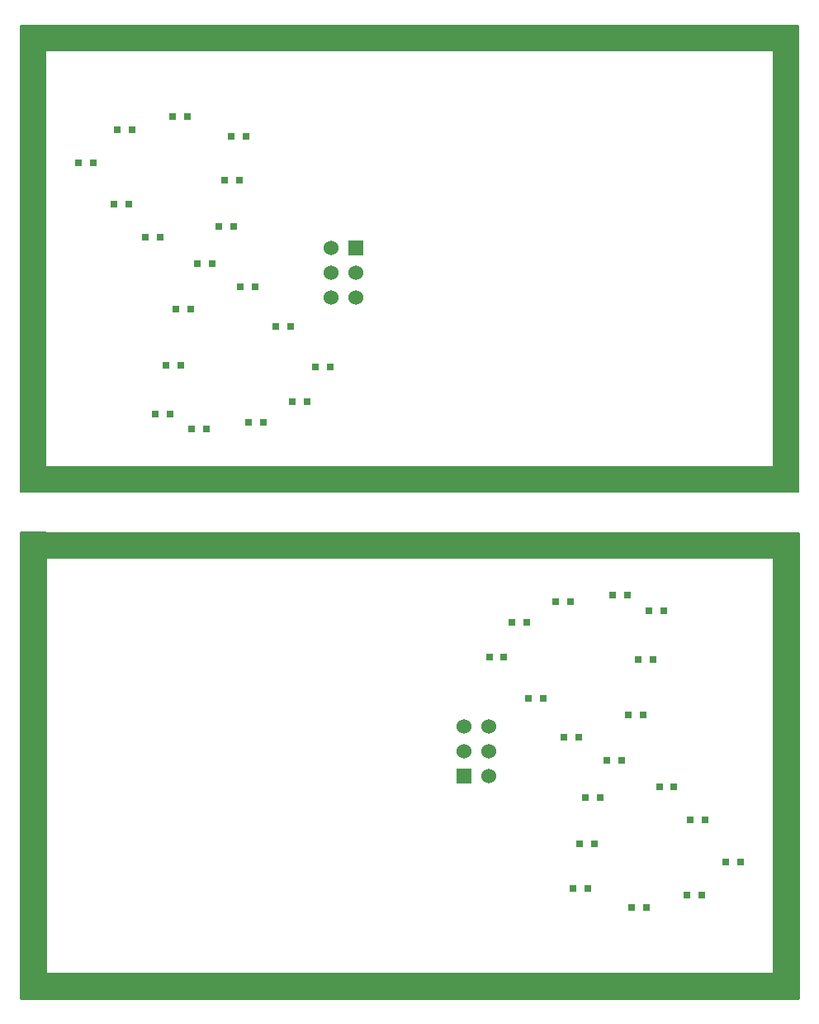
<source format=gts>
G04 (created by PCBNEW (2013-mar-13)-testing) date Sat 12 Oct 2013 01:57:42 PM CEST*
%MOIN*%
G04 Gerber Fmt 3.4, Leading zero omitted, Abs format*
%FSLAX34Y34*%
G01*
G70*
G90*
G04 APERTURE LIST*
%ADD10C,0.005906*%
%ADD11R,0.031400X0.031400*%
%ADD12R,0.060000X0.060000*%
%ADD13C,0.060000*%
%ADD14C,0.008000*%
%ADD15C,0.010000*%
G04 APERTURE END LIST*
G54D10*
G54D11*
X30448Y-36633D03*
X29858Y-36633D03*
X29015Y-35039D03*
X28425Y-35039D03*
X27428Y-33377D03*
X26838Y-33377D03*
X28350Y-31988D03*
X27760Y-31988D03*
X30113Y-31165D03*
X29523Y-31165D03*
X32424Y-30877D03*
X31834Y-30877D03*
X33877Y-31507D03*
X33287Y-31507D03*
X33448Y-33476D03*
X32858Y-33476D03*
X33043Y-35720D03*
X32453Y-35720D03*
X34295Y-38622D03*
X33705Y-38622D03*
X35546Y-39944D03*
X34956Y-39944D03*
X36980Y-41637D03*
X36390Y-41637D03*
X35417Y-42968D03*
X34827Y-42968D03*
X33184Y-43484D03*
X32594Y-43484D03*
X31314Y-39053D03*
X30724Y-39053D03*
X31089Y-40928D03*
X30499Y-40928D03*
X30814Y-42703D03*
X30224Y-42703D03*
X32180Y-37551D03*
X31590Y-37551D03*
G54D12*
X25804Y-38178D03*
G54D13*
X26804Y-38178D03*
X25804Y-37178D03*
X26804Y-37178D03*
X25804Y-36178D03*
X26804Y-36178D03*
G54D12*
X21440Y-16900D03*
G54D13*
X20440Y-16900D03*
X21440Y-17900D03*
X20440Y-17900D03*
X21440Y-18900D03*
X20440Y-18900D03*
G54D11*
X15063Y-17527D03*
X15653Y-17527D03*
X16430Y-12375D03*
X17020Y-12375D03*
X16155Y-14150D03*
X16745Y-14150D03*
X15930Y-16025D03*
X16520Y-16025D03*
X14059Y-11594D03*
X14649Y-11594D03*
X11827Y-12110D03*
X12417Y-12110D03*
X10264Y-13440D03*
X10854Y-13440D03*
X11697Y-15133D03*
X12287Y-15133D03*
X12949Y-16456D03*
X13539Y-16456D03*
X14201Y-19358D03*
X14791Y-19358D03*
X13795Y-21602D03*
X14385Y-21602D03*
X13366Y-23570D03*
X13956Y-23570D03*
X14819Y-24200D03*
X15409Y-24200D03*
X17130Y-23913D03*
X17720Y-23913D03*
X18893Y-23090D03*
X19483Y-23090D03*
X19815Y-21700D03*
X20405Y-21700D03*
X18228Y-20039D03*
X18818Y-20039D03*
X16795Y-18444D03*
X17385Y-18444D03*
G54D10*
G36*
X39330Y-26731D02*
X38327Y-26731D01*
X38327Y-25728D01*
X38327Y-8916D01*
X8916Y-8916D01*
X8916Y-25728D01*
X38327Y-25728D01*
X38327Y-26731D01*
X38287Y-26731D01*
X8956Y-26731D01*
X7914Y-26731D01*
X7914Y-25688D01*
X7914Y-8956D01*
X7914Y-7914D01*
X8956Y-7914D01*
X38287Y-7914D01*
X39330Y-7914D01*
X39330Y-8956D01*
X39330Y-25688D01*
X39330Y-26731D01*
X39330Y-26731D01*
G37*
G54D14*
X39330Y-26731D02*
X38327Y-26731D01*
X38327Y-25728D01*
X38327Y-8916D01*
X8916Y-8916D01*
X8916Y-25728D01*
X38327Y-25728D01*
X38327Y-26731D01*
X38287Y-26731D01*
X8956Y-26731D01*
X7914Y-26731D01*
X7914Y-25688D01*
X7914Y-8956D01*
X7914Y-7914D01*
X8956Y-7914D01*
X38287Y-7914D01*
X39330Y-7914D01*
X39330Y-8956D01*
X39330Y-25688D01*
X39330Y-26731D01*
G54D10*
G36*
X39325Y-47150D02*
X38325Y-47150D01*
X38325Y-46150D01*
X38325Y-29350D01*
X8925Y-29350D01*
X8925Y-46150D01*
X38325Y-46150D01*
X38325Y-47150D01*
X38300Y-47150D01*
X38275Y-47150D01*
X8975Y-47150D01*
X7925Y-47150D01*
X7925Y-29400D01*
X7925Y-28350D01*
X8925Y-28350D01*
X8925Y-28375D01*
X38275Y-28375D01*
X39325Y-28375D01*
X39325Y-47150D01*
X39325Y-47150D01*
G37*
G54D15*
X39325Y-47150D02*
X38325Y-47150D01*
X38325Y-46150D01*
X38325Y-29350D01*
X8925Y-29350D01*
X8925Y-46150D01*
X38325Y-46150D01*
X38325Y-47150D01*
X38300Y-47150D01*
X38275Y-47150D01*
X8975Y-47150D01*
X7925Y-47150D01*
X7925Y-29400D01*
X7925Y-28350D01*
X8925Y-28350D01*
X8925Y-28375D01*
X38275Y-28375D01*
X39325Y-28375D01*
X39325Y-47150D01*
M02*

</source>
